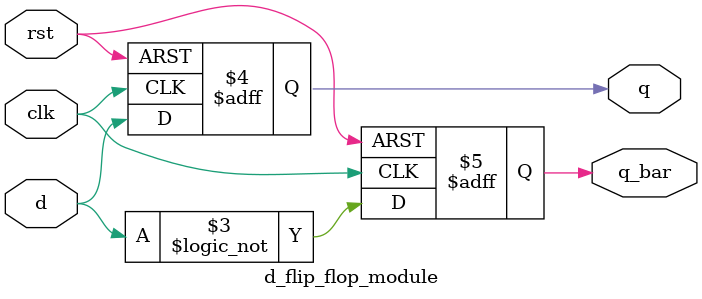
<source format=v>

module d_flip_flop_module (d, clk, rst, q, q_bar);
	input d;
	input clk; // clock
	input rst;

	output q, q_bar;
	reg q, q_bar;	
	
	always@(posedge clk or posedge rst)
	begin
		if(rst == 1'b1)
		begin
		   q <= 1'b0;
	       q_bar <= 1'b1;
		end
		else
		begin
			q <= d;
			q_bar <= !d;		
		end
	end
endmodule

</source>
